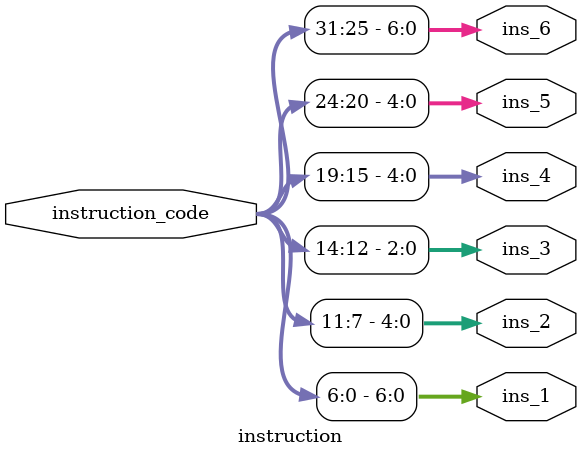
<source format=sv>
module instruction(
	input [31:0] instruction_code,
	output [6:0] ins_1,
	output [11:7] ins_2,
	output [14:12] ins_3,
	output [19:15] ins_4,
	output [24:20] ins_5,
	output [31:25] ins_6
);
assign ins_1 = instruction_code[6:0];
assign ins_2 = instruction_code[11:7];
assign ins_3 = instruction_code[14:12];
assign ins_4 = instruction_code[19:15];
assign ins_5 = instruction_code[24:20];
assign ins_6 = instruction_code[31:25];
endmodule 
</source>
